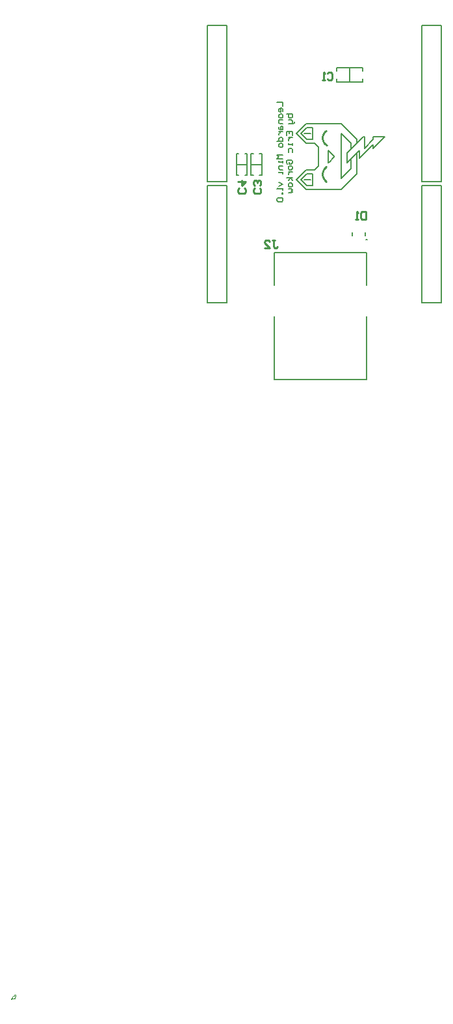
<source format=gbo>
G04*
G04 #@! TF.GenerationSoftware,Altium Limited,Altium Designer,18.1.11 (251)*
G04*
G04 Layer_Color=32896*
%FSLAX25Y25*%
%MOIN*%
G70*
G01*
G75*
%ADD12C,0.00787*%
%ADD13C,0.00591*%
%ADD14C,0.00500*%
%ADD16C,0.00600*%
%ADD17C,0.01000*%
%ADD45C,0.00050*%
D12*
X182831Y389244D02*
X182043D01*
X182831D01*
X221000Y357000D02*
Y417000D01*
X211000D02*
X221000D01*
X211000Y357000D02*
Y417000D01*
Y357000D02*
X221000D01*
Y419000D02*
Y499000D01*
X211000D02*
X221000D01*
X211000Y419000D02*
Y499000D01*
Y419000D02*
X221000D01*
X111000Y357000D02*
Y417000D01*
X101000D02*
X111000D01*
X101000Y357000D02*
Y417000D01*
Y357000D02*
X111000D01*
Y419000D02*
Y499000D01*
X101000D02*
X111000D01*
X101000Y419000D02*
Y499000D01*
Y419000D02*
X111000D01*
X181846Y391213D02*
Y392787D01*
X175154Y391213D02*
Y392787D01*
X135213Y382488D02*
X182615D01*
X135213Y317527D02*
X182615D01*
Y350008D01*
Y365992D02*
Y382488D01*
X135213Y365992D02*
Y382488D01*
Y317527D02*
Y350008D01*
D13*
X174000Y469957D02*
Y477043D01*
X167307Y475469D02*
Y477043D01*
X180693D01*
Y475469D02*
Y477043D01*
Y469957D02*
Y471532D01*
X167307Y469957D02*
X180693D01*
X167307D02*
Y471532D01*
X127575Y433169D02*
X128756D01*
Y422146D02*
Y433169D01*
X127575Y422146D02*
X128756D01*
X123244D02*
X124425D01*
X123244D02*
Y433169D01*
X124425D01*
X123244Y427657D02*
X128756D01*
X115744Y422071D02*
X116925D01*
X115744D02*
Y433094D01*
X116925D01*
X120075D02*
X121256D01*
Y422071D02*
Y433094D01*
X120075Y422071D02*
X121256D01*
X115744Y427583D02*
X121256D01*
D14*
X136702Y459500D02*
X139701D01*
Y457501D01*
Y455001D02*
Y456001D01*
X139202Y456501D01*
X138202D01*
X137702Y456001D01*
Y455001D01*
X138202Y454502D01*
X138702D01*
Y456501D01*
X139701Y453002D02*
Y452002D01*
X139202Y451503D01*
X138202D01*
X137702Y452002D01*
Y453002D01*
X138202Y453502D01*
X139202D01*
X139701Y453002D01*
Y450503D02*
X137702D01*
Y449003D01*
X138202Y448504D01*
X139701D01*
X137702Y447004D02*
Y446004D01*
X138202Y445505D01*
X139701D01*
Y447004D01*
X139202Y447504D01*
X138702Y447004D01*
Y445505D01*
X137702Y444505D02*
X139701D01*
X138702D01*
X138202Y444005D01*
X137702Y443505D01*
Y443005D01*
X136702Y439506D02*
X139701D01*
Y441006D01*
X139202Y441506D01*
X138202D01*
X137702Y441006D01*
Y439506D01*
X139701Y438007D02*
Y437007D01*
X139202Y436507D01*
X138202D01*
X137702Y437007D01*
Y438007D01*
X138202Y438507D01*
X139202D01*
X139701Y438007D01*
Y432509D02*
X136702D01*
X137702Y431509D01*
X136702Y430509D01*
X139701D01*
Y429510D02*
Y428510D01*
Y429010D01*
X137702D01*
Y429510D01*
X139701Y427010D02*
X137702D01*
Y425511D01*
X138202Y425011D01*
X139701D01*
Y424012D02*
Y423012D01*
Y423512D01*
X137702D01*
Y424012D01*
Y418513D02*
X139701Y417514D01*
X137702Y416514D01*
X139701Y415514D02*
Y414514D01*
Y415014D01*
X136702D01*
X137202Y415514D01*
X139701Y413015D02*
X139202D01*
Y412515D01*
X139701D01*
Y413015D01*
X137202Y410516D02*
X136702Y410016D01*
Y409016D01*
X137202Y408517D01*
X139202D01*
X139701Y409016D01*
Y410016D01*
X139202Y410516D01*
X137202D01*
X141501Y453502D02*
X144500D01*
Y452002D01*
X144000Y451503D01*
X143501D01*
X143001D01*
X142501Y452002D01*
Y453502D01*
Y450503D02*
X144000D01*
X144500Y450003D01*
Y448504D01*
X145000D01*
X145500Y449003D01*
Y449503D01*
X144500Y448504D02*
X142501D01*
X141501Y442506D02*
Y444505D01*
X144500D01*
Y442506D01*
X143001Y444505D02*
Y443505D01*
X142501Y441506D02*
X144500D01*
X143501D01*
X143001Y441006D01*
X142501Y440506D01*
Y440006D01*
X144500Y438507D02*
Y437507D01*
Y438007D01*
X142501D01*
Y438507D01*
Y434008D02*
Y435508D01*
X143001Y436008D01*
X144000D01*
X144500Y435508D01*
Y434008D01*
X142001Y428010D02*
X141501Y428510D01*
Y429510D01*
X142001Y430010D01*
X144000D01*
X144500Y429510D01*
Y428510D01*
X144000Y428010D01*
X143001D01*
Y429010D01*
X144500Y426511D02*
Y425511D01*
X144000Y425011D01*
X143001D01*
X142501Y425511D01*
Y426511D01*
X143001Y427010D01*
X144000D01*
X144500Y426511D01*
X142501Y424012D02*
X144500D01*
X143501D01*
X143001Y423512D01*
X142501Y423012D01*
Y422512D01*
X144500Y421012D02*
X141501D01*
X143501D02*
X142501Y419513D01*
X143501Y421012D02*
X144500Y419513D01*
Y417514D02*
Y416514D01*
X144000Y416014D01*
X143001D01*
X142501Y416514D01*
Y417514D01*
X143001Y418013D01*
X144000D01*
X144500Y417514D01*
X142501Y415014D02*
X144000D01*
X144500Y414514D01*
X144000Y414015D01*
X144500Y413515D01*
X144000Y413015D01*
X142501D01*
D16*
X150500Y420000D02*
X154000D01*
X150500Y443500D02*
X154000D01*
X166000Y431500D02*
Y432000D01*
X163000Y428500D02*
X163750Y429250D01*
X165250Y430750D02*
X166000Y431500D01*
X163750Y429250D02*
X165250Y430750D01*
X163000Y428500D02*
Y429500D01*
Y435000D01*
X166000Y432000D01*
X151500Y448500D02*
X159500D01*
X146500Y443500D02*
X151500Y448500D01*
X146500Y443500D02*
X151500Y438500D01*
X156000D01*
X158000Y436500D01*
Y427000D02*
Y436500D01*
X156000Y425000D02*
X158000Y427000D01*
X151500Y425000D02*
X156000D01*
X146500Y420000D02*
X151500Y425000D01*
X146500Y420000D02*
X151500Y415000D01*
X159500D01*
X169500D01*
X177500Y423000D01*
X169500Y448500D02*
X177500Y440500D01*
X159500Y448500D02*
X169500D01*
X149000Y443500D02*
X152000Y446500D01*
X155000D01*
Y440500D02*
Y446500D01*
X152000Y440500D02*
X155000D01*
X149000Y443500D02*
X152000Y440500D01*
X149000Y420000D02*
X152000Y423000D01*
X155000D01*
Y417000D02*
Y423000D01*
X152000Y417000D02*
X155000D01*
X149000Y420000D02*
X152000Y417000D01*
X169500Y443500D02*
X174500Y438500D01*
X169500Y420500D02*
X174500Y425500D01*
X169500Y420500D02*
Y443500D01*
X172500Y428500D02*
Y433500D01*
Y428500D02*
X179000Y435000D01*
Y431000D02*
Y435000D01*
Y431000D02*
X186000Y438000D01*
Y436000D02*
Y438000D01*
Y436000D02*
X192000Y442000D01*
X187000D02*
X192000D01*
X186000D02*
X187000D01*
X186000Y440500D02*
Y442000D01*
X181500Y436000D02*
X186000Y440500D01*
X181500Y437000D02*
Y442000D01*
Y436000D02*
Y437000D01*
X172500Y433500D02*
X178500Y439500D01*
X181000Y442000D01*
X181500D01*
X174500Y435500D02*
Y438500D01*
X177500D02*
Y440500D01*
Y423000D02*
Y433500D01*
X174500Y425500D02*
Y430500D01*
D17*
X161962Y426483D02*
X161208Y425853D01*
X160610Y425074D01*
X160196Y424183D01*
X159986Y423223D01*
X159991Y422240D01*
X160211Y421282D01*
X160634Y420396D01*
X161240Y419622D01*
X162000Y419000D01*
Y445000D02*
X161246Y444370D01*
X160648Y443590D01*
X160234Y442699D01*
X160025Y441740D01*
X160030Y440757D01*
X160249Y439799D01*
X160672Y438912D01*
X161278Y438139D01*
X162038Y437517D01*
X134290Y388944D02*
X135602D01*
X134946D01*
Y385664D01*
X135602Y385008D01*
X136258D01*
X136914Y385664D01*
X130354Y385008D02*
X132978D01*
X130354Y387632D01*
Y388288D01*
X131010Y388944D01*
X132322D01*
X132978Y388288D01*
X182200Y403536D02*
Y399600D01*
X180232D01*
X179576Y400256D01*
Y402880D01*
X180232Y403536D01*
X182200D01*
X178264Y399600D02*
X176952D01*
X177608D01*
Y403536D01*
X178264Y402880D01*
X119780Y415624D02*
X120436Y414968D01*
Y413656D01*
X119780Y413000D01*
X117156D01*
X116500Y413656D01*
Y414968D01*
X117156Y415624D01*
X116500Y418904D02*
X120436D01*
X118468Y416936D01*
Y419560D01*
X127705Y415624D02*
X128361Y414968D01*
Y413656D01*
X127705Y413000D01*
X125081D01*
X124425Y413656D01*
Y414968D01*
X125081Y415624D01*
X127705Y416936D02*
X128361Y417592D01*
Y418904D01*
X127705Y419560D01*
X127049D01*
X126393Y418904D01*
Y418248D01*
Y418904D01*
X125737Y419560D01*
X125081D01*
X124425Y418904D01*
Y417592D01*
X125081Y416936D01*
X162376Y474280D02*
X163032Y474936D01*
X164344D01*
X165000Y474280D01*
Y471656D01*
X164344Y471000D01*
X163032D01*
X162376Y471656D01*
X161064Y471000D02*
X159752D01*
X160408D01*
Y474936D01*
X161064Y474280D01*
D45*
X98Y233D02*
X173Y106D01*
X185Y421D02*
X98Y241D01*
X246Y460D02*
X185Y421D01*
X388Y534D02*
X246Y460D01*
X388Y534D02*
X530Y610D01*
Y610D02*
X639Y689D01*
Y689D02*
X742Y824D01*
Y824D02*
X785Y928D01*
X785D02*
X839Y1100D01*
X895Y1272D02*
X839Y1100D01*
X971Y1435D02*
X895Y1272D01*
X1008Y1502D02*
X971Y1435D01*
X1319Y1816D02*
X1008Y1502D01*
X1629Y1929D02*
X1319Y1816D01*
X1729Y1947D02*
X1635Y1930D01*
X1729Y1947D02*
X1829Y1973D01*
X1844Y1979D02*
X1894Y2012D01*
X1925Y2074D01*
X1925D02*
X1917Y2136D01*
X1917D02*
X1905Y2257D01*
X1905D02*
X1878Y2365D01*
X1855Y2472D02*
X1878Y2365D01*
X1856Y2591D02*
X1855Y2472D01*
X1914Y2602D02*
X1856Y2591D01*
X1962Y2583D02*
X1914Y2602D01*
X2027Y2541D02*
X1962Y2583D01*
X2027Y2541D02*
X2101Y2491D01*
X2161Y2465D01*
Y2465D02*
X2212Y2463D01*
X2225Y2468D02*
X2273Y2502D01*
X2273D02*
X2327Y2564D01*
X2379Y2627D02*
X2327Y2564D01*
X2424Y2663D02*
X2379Y2627D01*
X2490Y2670D02*
X2424Y2663D01*
X2490Y2670D02*
X2484Y2494D01*
X2486Y2478D02*
X2504Y2382D01*
X2512Y2262D02*
X2504Y2382D01*
X2512Y2262D02*
X2498Y2240D01*
X2463Y2135D01*
Y2135D02*
X2459Y2010D01*
X2477Y1869D01*
X2472Y1844D02*
X2477Y1869D01*
X2426Y1735D02*
X2472Y1844D01*
X2426Y1735D02*
X2376Y1649D01*
X2322Y1559D01*
X2322D02*
X2223Y1307D01*
X2223Y1307D02*
X2187Y1099D01*
X2183Y932D01*
X2183D02*
X2210Y779D01*
X2213Y770D02*
X2300Y630D01*
X2319Y610D02*
X2300Y630D01*
X2358Y489D02*
X2319Y610D01*
X2345Y444D02*
X2358Y489D01*
X2302Y417D02*
X2345Y444D01*
X2251Y426D02*
X2296Y416D01*
X2161Y483D02*
X2251Y426D01*
X2068Y590D02*
X2161Y483D01*
X1987Y748D02*
X2068Y590D01*
X1987Y748D02*
X1974Y845D01*
X1974Y845D02*
X1908Y911D01*
X1902Y913D02*
X1810Y901D01*
X1804Y897D02*
X1767Y850D01*
Y850D02*
X1705Y763D01*
X1620Y630D02*
X1705Y763D01*
X1620Y630D02*
X1652Y620D01*
X1736Y596D02*
X1652Y620D01*
X1797Y564D02*
X1736Y596D01*
X1839Y489D02*
X1797Y564D01*
X1730Y456D02*
X1832Y478D01*
X1612Y454D02*
X1730Y456D01*
X1612Y454D02*
X1496Y455D01*
X1436Y455D02*
X1496Y455D01*
X1103Y465D02*
X1436Y455D01*
X1103Y465D02*
X770Y473D01*
X712Y457D01*
X494Y378D01*
X494D02*
X316Y269D01*
X315D02*
X299Y253D01*
X288Y212D01*
X302Y175D01*
Y175D02*
X341Y122D01*
X379Y76D02*
X341Y122D01*
X390Y51D02*
X382Y72D01*
X362Y28D02*
X384Y37D01*
X311Y25D02*
X362Y28D01*
X258Y44D02*
X311Y25D01*
X173Y106D02*
X258Y44D01*
X98Y241D02*
X98Y233D01*
X1629Y1929D02*
X1635Y1930D01*
X1829Y1973D02*
X1836Y1976D01*
X1844Y1979D01*
X2212Y2463D02*
X2218Y2465D01*
X2225Y2468D01*
X2484Y2494D02*
X2485Y2486D01*
X2486Y2478D01*
X2210Y779D02*
X2213Y770D01*
X2296Y416D02*
X2302Y417D01*
X1902Y913D02*
X1908Y911D01*
X1804Y897D02*
X1810Y901D01*
X1839Y489D02*
X1840Y481D01*
X1832Y478D02*
X1840Y481D01*
X379Y76D02*
X382Y72D01*
X389Y45D02*
X390Y51D01*
X386Y40D02*
X389Y45D01*
X384Y37D02*
X386Y40D01*
M02*

</source>
